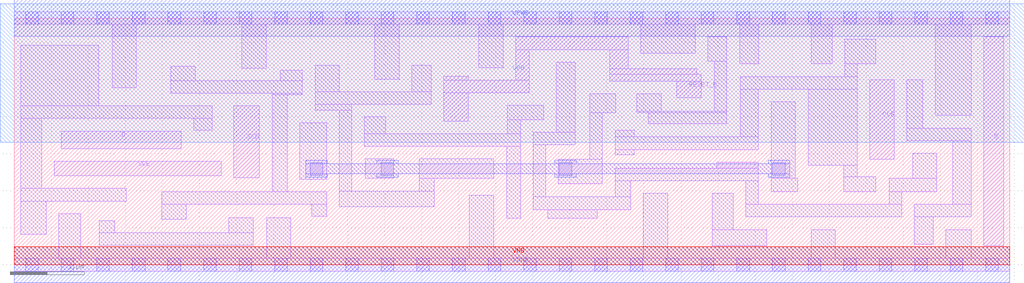
<source format=lef>
# Copyright 2020 The SkyWater PDK Authors
#
# Licensed under the Apache License, Version 2.0 (the "License");
# you may not use this file except in compliance with the License.
# You may obtain a copy of the License at
#
#     https://www.apache.org/licenses/LICENSE-2.0
#
# Unless required by applicable law or agreed to in writing, software
# distributed under the License is distributed on an "AS IS" BASIS,
# WITHOUT WARRANTIES OR CONDITIONS OF ANY KIND, either express or implied.
# See the License for the specific language governing permissions and
# limitations under the License.
#
# SPDX-License-Identifier: Apache-2.0

VERSION 5.7 ;
  NOWIREEXTENSIONATPIN ON ;
  DIVIDERCHAR "/" ;
  BUSBITCHARS "[]" ;
MACRO sky130_fd_sc_lp__sdfrtp_ov2
  CLASS CORE ;
  FOREIGN sky130_fd_sc_lp__sdfrtp_ov2 ;
  ORIGIN  0.000000  0.000000 ;
  SIZE  13.44000 BY  3.330000 ;
  SYMMETRY X Y ;
  SITE unit ;
  PIN D
    ANTENNAGATEAREA  0.126000 ;
    DIRECTION INPUT ;
    USE SIGNAL ;
    PORT
      LAYER li1 ;
        RECT 0.635000 1.565000 2.255000 1.805000 ;
    END
  END D
  PIN Q
    ANTENNADIFFAREA  0.556500 ;
    DIRECTION OUTPUT ;
    USE SIGNAL ;
    PORT
      LAYER li1 ;
        RECT 13.085000 0.255000 13.355000 3.075000 ;
    END
  END Q
  PIN RESET_B
    ANTENNAGATEAREA  0.378000 ;
    DIRECTION INPUT ;
    USE SIGNAL ;
    PORT
      LAYER li1 ;
        RECT 5.800000 1.940000 6.130000 2.320000 ;
        RECT 5.800000 2.320000 6.950000 2.490000 ;
        RECT 5.800000 2.490000 6.130000 2.545000 ;
        RECT 6.770000 2.490000 6.950000 2.905000 ;
        RECT 6.770000 2.905000 8.285000 3.075000 ;
        RECT 8.035000 2.475000 9.270000 2.570000 ;
        RECT 8.035000 2.570000 9.215000 2.645000 ;
        RECT 8.035000 2.645000 8.285000 2.905000 ;
        RECT 8.940000 2.255000 9.270000 2.475000 ;
    END
  END RESET_B
  PIN SCD
    ANTENNAGATEAREA  0.126000 ;
    DIRECTION INPUT ;
    USE SIGNAL ;
    PORT
      LAYER li1 ;
        RECT 2.965000 1.175000 3.310000 2.145000 ;
    END
  END SCD
  PIN SCE
    ANTENNAGATEAREA  0.285000 ;
    DIRECTION INPUT ;
    USE SIGNAL ;
    PORT
      LAYER li1 ;
        RECT 0.540000 1.200000 2.795000 1.395000 ;
    END
  END SCE
  PIN CLK
    ANTENNAGATEAREA  0.126000 ;
    DIRECTION INPUT ;
    USE CLOCK ;
    PORT
      LAYER li1 ;
        RECT 11.550000 1.425000 11.880000 2.500000 ;
    END
  END CLK
  PIN VGND
    DIRECTION INOUT ;
    USE GROUND ;
    PORT
      LAYER met1 ;
        RECT 0.000000 -0.245000 13.440000 0.245000 ;
    END
  END VGND
  PIN VNB
    DIRECTION INOUT ;
    USE GROUND ;
    PORT
      LAYER pwell ;
        RECT 0.000000 0.000000 13.440000 0.245000 ;
    END
  END VNB
  PIN VPB
    DIRECTION INOUT ;
    USE POWER ;
    PORT
      LAYER nwell ;
        RECT -0.190000 1.655000 13.630000 3.520000 ;
    END
  END VPB
  PIN VPWR
    DIRECTION INOUT ;
    USE POWER ;
    PORT
      LAYER met1 ;
        RECT 0.000000 3.085000 13.440000 3.575000 ;
    END
  END VPWR
  OBS
    LAYER li1 ;
      RECT  0.000000 -0.085000 13.440000 0.085000 ;
      RECT  0.000000  3.245000 13.440000 3.415000 ;
      RECT  0.090000  0.415000  0.430000 0.860000 ;
      RECT  0.090000  0.860000  1.510000 1.030000 ;
      RECT  0.090000  1.030000  0.370000 1.975000 ;
      RECT  0.090000  1.975000  2.675000 2.145000 ;
      RECT  0.090000  2.145000  1.140000 2.965000 ;
      RECT  0.600000  0.085000  0.895000 0.690000 ;
      RECT  1.145000  0.265000  3.225000 0.435000 ;
      RECT  1.145000  0.435000  1.355000 0.595000 ;
      RECT  1.320000  2.390000  1.650000 3.245000 ;
      RECT  1.990000  0.615000  2.320000 0.815000 ;
      RECT  1.990000  0.815000  4.215000 0.985000 ;
      RECT  2.110000  2.315000  3.885000 2.485000 ;
      RECT  2.110000  2.485000  2.440000 2.680000 ;
      RECT  2.425000  1.815000  2.675000 1.975000 ;
      RECT  2.895000  0.435000  3.225000 0.635000 ;
      RECT  3.070000  2.655000  3.400000 3.245000 ;
      RECT  3.405000  0.085000  3.735000 0.635000 ;
      RECT  3.480000  0.985000  3.685000 2.295000 ;
      RECT  3.480000  2.295000  3.885000 2.315000 ;
      RECT  3.590000  2.485000  3.885000 2.625000 ;
      RECT  3.855000  1.155000  4.215000 1.915000 ;
      RECT  4.015000  0.655000  4.215000 0.815000 ;
      RECT  4.065000  2.085000  4.555000 2.165000 ;
      RECT  4.065000  2.165000  5.630000 2.335000 ;
      RECT  4.065000  2.335000  4.385000 2.690000 ;
      RECT  4.385000  0.785000  5.670000 0.995000 ;
      RECT  4.385000  0.995000  4.555000 2.085000 ;
      RECT  4.725000  1.600000  6.835000 1.770000 ;
      RECT  4.725000  1.770000  5.015000 1.995000 ;
      RECT  4.735000  1.165000  5.125000 1.430000 ;
      RECT  4.865000  2.505000  5.195000 3.245000 ;
      RECT  5.365000  2.335000  5.630000 2.690000 ;
      RECT  5.465000  0.995000  5.670000 1.170000 ;
      RECT  5.465000  1.170000  6.475000 1.430000 ;
      RECT  6.145000  0.085000  6.475000 0.940000 ;
      RECT  6.270000  2.660000  6.600000 3.245000 ;
      RECT  6.645000  0.630000  6.835000 1.600000 ;
      RECT  6.655000  1.770000  6.835000 1.960000 ;
      RECT  6.655000  1.960000  7.145000 2.150000 ;
      RECT  7.005000  0.745000  8.320000 0.915000 ;
      RECT  7.005000  0.915000  7.175000 1.620000 ;
      RECT  7.005000  1.620000  7.575000 1.790000 ;
      RECT  7.200000  0.625000  7.870000 0.745000 ;
      RECT  7.315000  1.790000  7.575000 2.735000 ;
      RECT  7.345000  1.095000  7.940000 1.425000 ;
      RECT  7.770000  1.425000  7.940000 2.055000 ;
      RECT  7.770000  2.055000  8.120000 2.305000 ;
      RECT  8.110000  0.915000  8.320000 1.135000 ;
      RECT  8.110000  1.135000 10.045000 1.305000 ;
      RECT  8.110000  1.485000  8.370000 1.555000 ;
      RECT  8.110000  1.555000 10.045000 1.725000 ;
      RECT  8.110000  1.725000  8.370000 1.815000 ;
      RECT  8.400000  2.055000  9.620000 2.075000 ;
      RECT  8.400000  2.075000  8.730000 2.305000 ;
      RECT  8.455000  2.855000  9.190000 3.245000 ;
      RECT  8.490000  0.085000  8.820000 0.965000 ;
      RECT  8.560000  1.905000  9.620000 2.055000 ;
      RECT  9.360000  2.745000  9.620000 3.075000 ;
      RECT  9.425000  0.255000 10.155000 0.475000 ;
      RECT  9.425000  0.475000  9.705000 0.965000 ;
      RECT  9.450000  2.075000  9.620000 2.745000 ;
      RECT  9.480000  1.305000 10.045000 1.385000 ;
      RECT  9.790000  2.710000 10.050000 3.245000 ;
      RECT  9.800000  1.725000 10.045000 2.370000 ;
      RECT  9.800000  2.370000 11.380000 2.540000 ;
      RECT  9.875000  0.645000 11.980000 0.815000 ;
      RECT  9.875000  0.815000 10.045000 1.135000 ;
      RECT 10.215000  0.985000 10.575000 1.165000 ;
      RECT 10.215000  1.165000 10.545000 2.200000 ;
      RECT 10.715000  1.345000 11.380000 2.370000 ;
      RECT 10.755000  0.085000 11.085000 0.475000 ;
      RECT 10.755000  2.710000 11.040000 3.245000 ;
      RECT 11.200000  0.985000 11.630000 1.185000 ;
      RECT 11.200000  1.185000 11.380000 1.345000 ;
      RECT 11.210000  2.540000 11.380000 2.715000 ;
      RECT 11.210000  2.715000 11.630000 3.045000 ;
      RECT 11.810000  0.815000 11.980000 0.985000 ;
      RECT 11.810000  0.985000 12.455000 1.165000 ;
      RECT 12.050000  1.675000 12.915000 1.845000 ;
      RECT 12.050000  1.845000 12.260000 2.495000 ;
      RECT 12.125000  1.165000 12.455000 1.505000 ;
      RECT 12.150000  0.275000 12.405000 0.645000 ;
      RECT 12.150000  0.645000 12.915000 0.815000 ;
      RECT 12.430000  2.015000 12.915000 3.245000 ;
      RECT 12.575000  0.085000 12.915000 0.475000 ;
      RECT 12.665000  0.815000 12.915000 1.675000 ;
    LAYER mcon ;
      RECT  0.155000 -0.085000  0.325000 0.085000 ;
      RECT  0.155000  3.245000  0.325000 3.415000 ;
      RECT  0.635000 -0.085000  0.805000 0.085000 ;
      RECT  0.635000  3.245000  0.805000 3.415000 ;
      RECT  1.115000 -0.085000  1.285000 0.085000 ;
      RECT  1.115000  3.245000  1.285000 3.415000 ;
      RECT  1.595000 -0.085000  1.765000 0.085000 ;
      RECT  1.595000  3.245000  1.765000 3.415000 ;
      RECT  2.075000 -0.085000  2.245000 0.085000 ;
      RECT  2.075000  3.245000  2.245000 3.415000 ;
      RECT  2.555000 -0.085000  2.725000 0.085000 ;
      RECT  2.555000  3.245000  2.725000 3.415000 ;
      RECT  3.035000 -0.085000  3.205000 0.085000 ;
      RECT  3.035000  3.245000  3.205000 3.415000 ;
      RECT  3.515000 -0.085000  3.685000 0.085000 ;
      RECT  3.515000  3.245000  3.685000 3.415000 ;
      RECT  3.995000 -0.085000  4.165000 0.085000 ;
      RECT  3.995000  1.210000  4.165000 1.380000 ;
      RECT  3.995000  3.245000  4.165000 3.415000 ;
      RECT  4.475000 -0.085000  4.645000 0.085000 ;
      RECT  4.475000  3.245000  4.645000 3.415000 ;
      RECT  4.955000 -0.085000  5.125000 0.085000 ;
      RECT  4.955000  1.210000  5.125000 1.380000 ;
      RECT  4.955000  3.245000  5.125000 3.415000 ;
      RECT  5.435000 -0.085000  5.605000 0.085000 ;
      RECT  5.435000  3.245000  5.605000 3.415000 ;
      RECT  5.915000 -0.085000  6.085000 0.085000 ;
      RECT  5.915000  3.245000  6.085000 3.415000 ;
      RECT  6.395000 -0.085000  6.565000 0.085000 ;
      RECT  6.395000  3.245000  6.565000 3.415000 ;
      RECT  6.875000 -0.085000  7.045000 0.085000 ;
      RECT  6.875000  3.245000  7.045000 3.415000 ;
      RECT  7.355000 -0.085000  7.525000 0.085000 ;
      RECT  7.355000  1.210000  7.525000 1.380000 ;
      RECT  7.355000  3.245000  7.525000 3.415000 ;
      RECT  7.835000 -0.085000  8.005000 0.085000 ;
      RECT  7.835000  3.245000  8.005000 3.415000 ;
      RECT  8.315000 -0.085000  8.485000 0.085000 ;
      RECT  8.315000  3.245000  8.485000 3.415000 ;
      RECT  8.795000 -0.085000  8.965000 0.085000 ;
      RECT  8.795000  3.245000  8.965000 3.415000 ;
      RECT  9.275000 -0.085000  9.445000 0.085000 ;
      RECT  9.275000  3.245000  9.445000 3.415000 ;
      RECT  9.755000 -0.085000  9.925000 0.085000 ;
      RECT  9.755000  3.245000  9.925000 3.415000 ;
      RECT 10.235000 -0.085000 10.405000 0.085000 ;
      RECT 10.235000  1.210000 10.405000 1.380000 ;
      RECT 10.235000  3.245000 10.405000 3.415000 ;
      RECT 10.715000 -0.085000 10.885000 0.085000 ;
      RECT 10.715000  3.245000 10.885000 3.415000 ;
      RECT 11.195000 -0.085000 11.365000 0.085000 ;
      RECT 11.195000  3.245000 11.365000 3.415000 ;
      RECT 11.675000 -0.085000 11.845000 0.085000 ;
      RECT 11.675000  3.245000 11.845000 3.415000 ;
      RECT 12.155000 -0.085000 12.325000 0.085000 ;
      RECT 12.155000  3.245000 12.325000 3.415000 ;
      RECT 12.635000 -0.085000 12.805000 0.085000 ;
      RECT 12.635000  3.245000 12.805000 3.415000 ;
      RECT 13.115000 -0.085000 13.285000 0.085000 ;
      RECT 13.115000  3.245000 13.285000 3.415000 ;
    LAYER met1 ;
      RECT  3.935000 1.180000  4.225000 1.225000 ;
      RECT  3.935000 1.225000 10.465000 1.365000 ;
      RECT  3.935000 1.365000  4.225000 1.410000 ;
      RECT  4.895000 1.180000  5.185000 1.225000 ;
      RECT  4.895000 1.365000  5.185000 1.410000 ;
      RECT  7.295000 1.180000  7.585000 1.225000 ;
      RECT  7.295000 1.365000  7.585000 1.410000 ;
      RECT 10.175000 1.180000 10.465000 1.225000 ;
      RECT 10.175000 1.365000 10.465000 1.410000 ;
  END
END sky130_fd_sc_lp__sdfrtp_ov2
END LIBRARY

</source>
